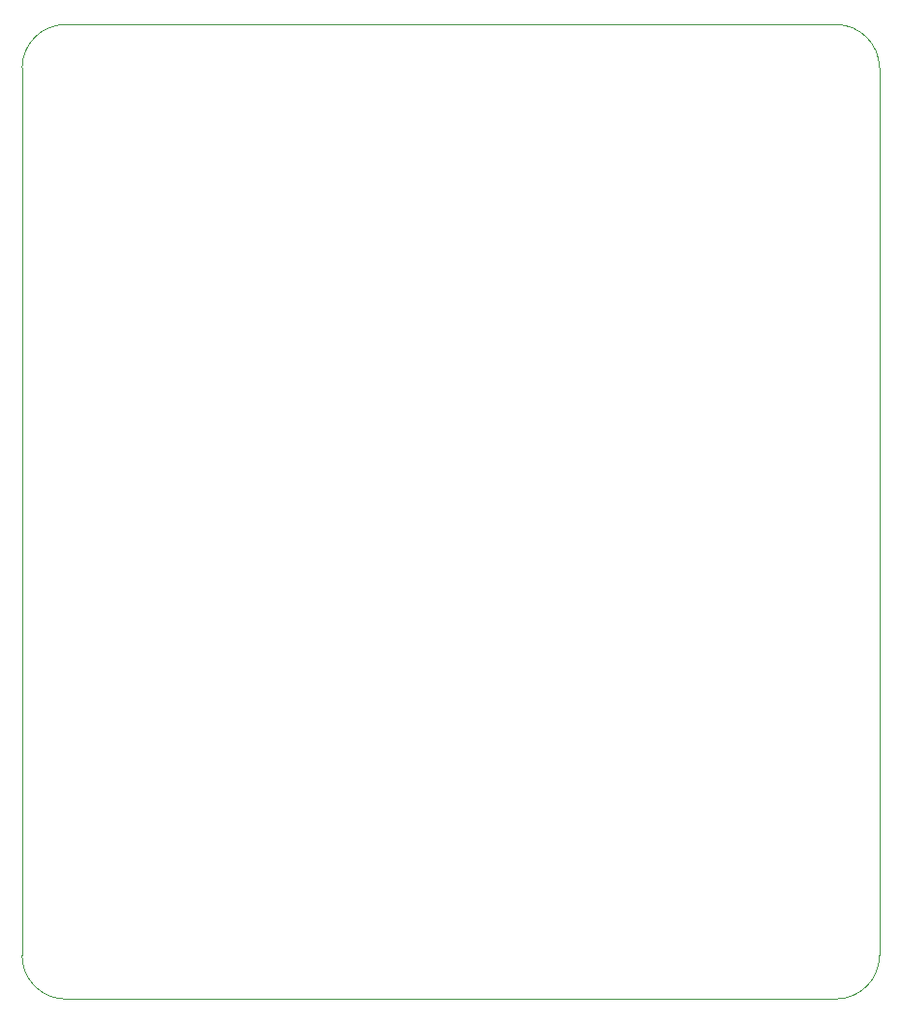
<source format=gbr>
%TF.GenerationSoftware,KiCad,Pcbnew,(7.0.0-0)*%
%TF.CreationDate,2023-05-27T19:41:02+07:00*%
%TF.ProjectId,Office HVAC,4f666669-6365-4204-9856-41432e6b6963,rev?*%
%TF.SameCoordinates,Original*%
%TF.FileFunction,Profile,NP*%
%FSLAX46Y46*%
G04 Gerber Fmt 4.6, Leading zero omitted, Abs format (unit mm)*
G04 Created by KiCad (PCBNEW (7.0.0-0)) date 2023-05-27 19:41:02*
%MOMM*%
%LPD*%
G01*
G04 APERTURE LIST*
%TA.AperFunction,Profile*%
%ADD10C,0.100000*%
%TD*%
G04 APERTURE END LIST*
D10*
X116840000Y-142240000D02*
G75*
G03*
X120650000Y-146050000I3810000J0D01*
G01*
X187960000Y-146050000D02*
X120650000Y-146050000D01*
X116840000Y-142240000D02*
X116840000Y-64770000D01*
X187960000Y-146050000D02*
G75*
G03*
X191770000Y-142240000I0J3810000D01*
G01*
X191770000Y-64770000D02*
X191770000Y-142240000D01*
X120650000Y-60960000D02*
X187960000Y-60960000D01*
X120650000Y-60960000D02*
G75*
G03*
X116840000Y-64770000I0J-3810000D01*
G01*
X191770000Y-64770000D02*
G75*
G03*
X187960000Y-60960000I-3810000J0D01*
G01*
M02*

</source>
